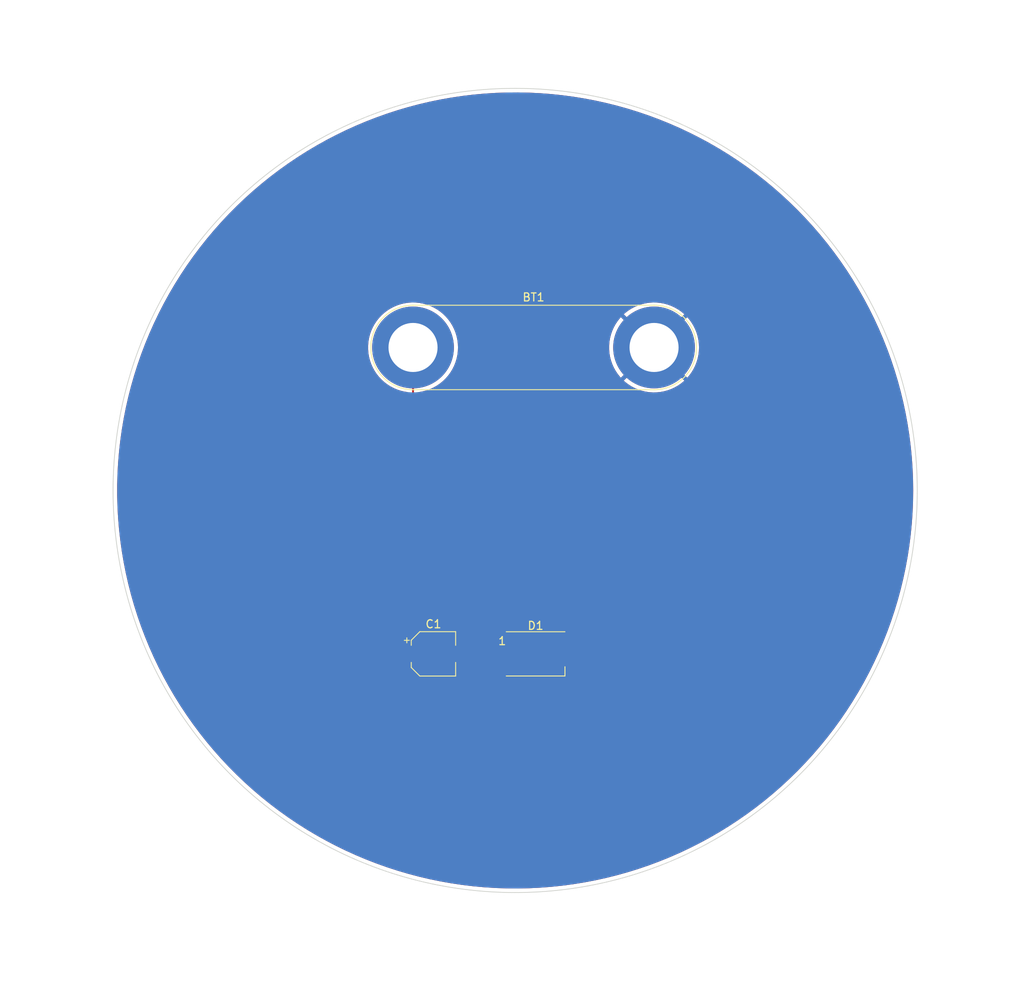
<source format=kicad_pcb>
(kicad_pcb (version 20211014) (generator pcbnew)
  (layers (0 "F.Cu" signal) (31 "B.Cu" signal) (34 "B.Paste" user) (35 "F.Paste" user) (36 "B.SilkS" user "B.Silkscreen") (37 "F.SilkS" user "F.Silkscreen") (38 "B.Mask" user) (39 "F.Mask" user) (44 "Edge.Cuts" user))
  (net 0 "")
  (net 1 "+5V")
  (net 3 "GNDREF")
  (footprint "LED_SMD:LED_WS2812B_PLCC4_5.0x5.0mm_P3.2mm" (layer "F.Cu") (at 154.94 116.84)
    (fp_text reference "D1" (at 0 -3.5) (layer "F.SilkS"))
    (fp_text value "LED_Pad")
    (fp_text user "1" (at -4.15 -1.6) (layer "F.SilkS"))
    (fp_line (start 3.65 2.75) (end 3.65 1.6) (layer "F.SilkS") (width 0.12))
    (fp_line (start -3.65 -2.75) (end 3.65 -2.75) (layer "F.SilkS") (width 0.12))
    (fp_line (start -3.65 2.75) (end 3.65 2.75) (layer "F.SilkS") (width 0.12))
    (pad "1" smd rect (at -2.45 -1.65) (size 1.5 0.9) (layers "F.Cu" "F.Paste" "F.Mask") (net 1 "+5V"))
    (pad "2" smd rect (at -2.45 1.65) (size 1.5 0.9) (layers "F.Cu" "F.Paste" "F.Mask") (net 3 "GNDREF"))
    (pad "3" smd rect (at 2.45 1.65) (size 1.5 0.9) (layers "F.Cu" "F.Paste" "F.Mask"))
    (pad "4" smd rect (at 2.45 -1.65) (size 1.5 0.9) (layers "F.Cu" "F.Paste" "F.Mask"))
  )
  (footprint "Connector:Banana_Jack_2Pin" (layer "F.Cu") (at 139.7 78.74)
    (fp_text reference "BT1" (at 14.985 -6.24) (layer "F.SilkS"))
    (fp_text value "Battery_Cell")
    (fp_line (start 0 5.25) (end 30 5.25) (layer "F.SilkS") (width 0.12))
    (fp_line (start 30 -5.25) (end 0 -5.25) (layer "F.SilkS") (width 0.12))
    (fp_arc (start 0 5.25) (mid -5.25 0) (end 0 -5.25) (layer "F.SilkS") (width 0.12))
    (fp_arc (start 30 -5.25) (mid 35.25 0) (end 30 5.25) (layer "F.SilkS") (width 0.12))
    (pad "1" thru_hole circle (at 0 0) (size 10.16 10.16) (drill 6.1) (layers *.Cu *.Mask) (net 1 "+5V"))
    (pad "2" thru_hole circle (at 29.97 0) (size 10.16 10.16) (drill 6.1) (layers *.Cu *.Mask) (net 3 "GNDREF"))
  )
  (footprint "Capacitor_SMD:CP_Elec_5x3" (layer "F.Cu") (at 142.24 116.84)
    (fp_text reference "C1" (at 0 -3.7) (layer "F.SilkS"))
    (fp_text value "CAP")
    (fp_line (start 2.76 -2.76) (end 2.76 -1.06) (layer "F.SilkS") (width 0.12))
    (fp_line (start -2.76 1.695563) (end -2.76 1.06) (layer "F.SilkS") (width 0.12))
    (fp_line (start -1.695563 -2.76) (end 2.76 -2.76) (layer "F.SilkS") (width 0.12))
    (fp_line (start -2.76 -1.695563) (end -1.695563 -2.76) (layer "F.SilkS") (width 0.12))
    (fp_line (start -1.695563 2.76) (end 2.76 2.76) (layer "F.SilkS") (width 0.12))
    (fp_line (start 2.76 2.76) (end 2.76 1.06) (layer "F.SilkS") (width 0.12))
    (fp_line (start -2.76 1.695563) (end -1.695563 2.76) (layer "F.SilkS") (width 0.12))
    (fp_line (start -2.76 -1.695563) (end -2.76 -1.06) (layer "F.SilkS") (width 0.12))
    (fp_line (start -3.3125 -1.9975) (end -3.3125 -1.3725) (layer "F.SilkS") (width 0.12))
    (fp_line (start -3.625 -1.685) (end -3 -1.685) (layer "F.SilkS") (width 0.12))
    (pad "1" smd roundrect (at -2.2 0) (size 3 1.6) (layers "F.Cu" "F.Paste" "F.Mask") (roundrect_rratio 0.15625) (net 1 "+5V"))
    (pad "2" smd roundrect (at 2.2 0) (size 3 1.6) (layers "F.Cu" "F.Paste" "F.Mask") (roundrect_rratio 0.15625) (net 3 "GNDREF"))
  )
  (gr_circle (center 152.4 96.52) (end 202.4 96.52) (layer "Edge.Cuts") (width 0.1) (fill none))
  (segment (start 139.7 116.5) (end 140.04 116.84) (width 0.25) (layer "F.Cu") (net 1))
  (segment (start 140.04 116.84) (end 141.69 115.19) (width 0.25) (layer "F.Cu") (net 1))
  (segment (start 139.7 78.74) (end 139.7 116.5) (width 0.25) (layer "F.Cu") (net 1))
  (segment (start 141.69 115.19) (end 152.49 115.19) (width 0.25) (layer "F.Cu") (net 1))
  (zone (net 3) (net_name "GNDREF") (layers F&B.Cu) (connect_pads (clearance 0.508)) (min_thickness 0.254) (fill yes (thermal_gap 0.508) (thermal_bridge_width 0.508))
    (polygon (pts (xy 211.8868 35.5346) (xy 215.6714 157.6324) (xy 88.3412 156.7434) (xy 89.789 37.1602) (xy 114.681 35.8902)))
  )
)
</source>
